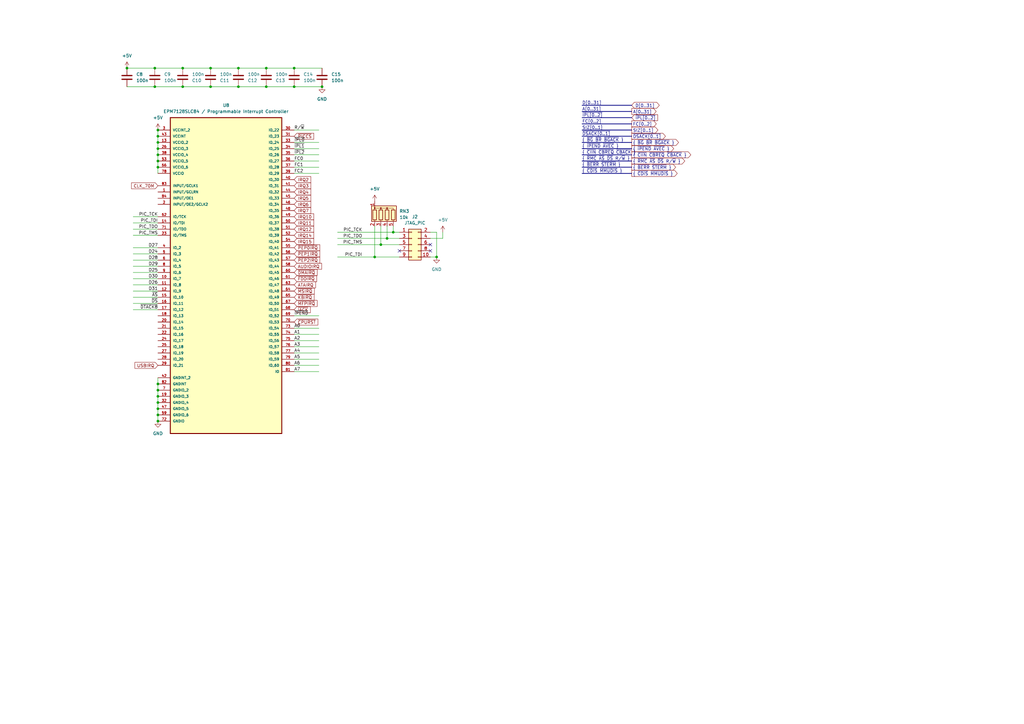
<source format=kicad_sch>
(kicad_sch (version 20230121) (generator eeschema)
  (paper "A3")
  (lib_symbols
    (symbol "Connector_Generic:Conn_02x05_Odd_Even" (pin_names (offset 1.016) hide)
      (property "Reference" "J" (at 1.27 7.62 0))
      (property "Value" "Conn_02x05_Odd_Even" (at 1.27 -7.62 0))
      (symbol "Conn_02x05_Odd_Even_1_1"
        (rectangle (start -1.27 -4.953) (end 0 -5.207) (stroke (width 0.1524)))
        (rectangle (start -1.27 -2.413) (end 0 -2.667) (stroke (width 0.1524)))
        (rectangle (start -1.27 0.127) (end 0 -0.127) (stroke (width 0.1524)))
        (rectangle (start -1.27 2.667) (end 0 2.413) (stroke (width 0.1524)))
        (rectangle (start -1.27 5.207) (end 0 4.953) (stroke (width 0.1524)))
        (rectangle (start -1.27 6.35) (end 3.81 -6.35) (stroke (width 0.254)) (fill (type background)))
        (rectangle (start 3.81 -4.953) (end 2.54 -5.207) (stroke (width 0.1524)))
        (rectangle (start 3.81 -2.413) (end 2.54 -2.667) (stroke (width 0.1524)))
        (rectangle (start 3.81 0.127) (end 2.54 -0.127) (stroke (width 0.1524)))
        (rectangle (start 3.81 2.667) (end 2.54 2.413) (stroke (width 0.1524)))
        (rectangle (start 3.81 5.207) (end 2.54 4.953) (stroke (width 0.1524)))
        (pin passive line (at -5.08 5.08 0) (length 3.81) (name "Pin_1") (number "1"))
        (pin passive line (at 7.62 -5.08 180) (length 3.81) (name "Pin_10") (number "10"))
        (pin passive line (at 7.62 5.08 180) (length 3.81) (name "Pin_2") (number "2"))
        (pin passive line (at -5.08 2.54 0) (length 3.81) (name "Pin_3") (number "3"))
        (pin passive line (at 7.62 2.54 180) (length 3.81) (name "Pin_4") (number "4"))
        (pin passive line (at -5.08 0 0) (length 3.81) (name "Pin_5") (number "5"))
        (pin passive line (at 7.62 0 180) (length 3.81) (name "Pin_6") (number "6"))
        (pin passive line (at -5.08 -2.54 0) (length 3.81) (name "Pin_7") (number "7"))
        (pin passive line (at 7.62 -2.54 180) (length 3.81) (name "Pin_8") (number "8"))
        (pin passive line (at -5.08 -5.08 0) (length 3.81) (name "Pin_9") (number "9"))
      )
    )
    (symbol "Device:C" (pin_numbers hide) (pin_names (offset 0.254))
      (property "Reference" "C" (at 0.635 2.54 0))
      (property "Value" "C" (at 0.635 -2.54 0))
      (symbol "C_0_1"
        (polyline (pts (xy -2.032 -0.762) (xy 2.032 -0.762)) (stroke (width 0.508)))
        (polyline (pts (xy -2.032 0.762) (xy 2.032 0.762)) (stroke (width 0.508)))
      )
      (symbol "C_1_1"
        (pin passive line (at 0 3.81 270) (length 2.794) (name "~") (number "1"))
        (pin passive line (at 0 -3.81 90) (length 2.794) (name "~") (number "2"))
      )
    )
    (symbol "Device:R_Network04" (pin_names (offset 0) hide)
      (property "Reference" "RN" (at -7.62 0 90))
      (property "Value" "R_Network04" (at 5.08 0 90))
      (symbol "R_Network04_0_1"
        (rectangle (start -6.35 -3.175) (end 3.81 3.175) (stroke (width 0.254)) (fill (type background)))
        (rectangle (start -5.842 1.524) (end -4.318 -2.54) (stroke (width 0.254)))
        (circle (center -5.08 2.286) (radius 0.254) (fill (type outline)))
        (rectangle (start -3.302 1.524) (end -1.778 -2.54) (stroke (width 0.254)))
        (circle (center -2.54 2.286) (radius 0.254) (fill (type outline)))
        (rectangle (start -0.762 1.524) (end 0.762 -2.54) (stroke (width 0.254)))
        (polyline (pts (xy -5.08 -2.54) (xy -5.08 -3.81)))
        (polyline (pts (xy -2.54 -2.54) (xy -2.54 -3.81)))
        (polyline (pts (xy 0 -2.54) (xy 0 -3.81)))
        (polyline (pts (xy 2.54 -2.54) (xy 2.54 -3.81)))
        (polyline (pts (xy -5.08 1.524) (xy -5.08 2.286) (xy -2.54 2.286) (xy -2.54 1.524)))
        (polyline (pts (xy -2.54 1.524) (xy -2.54 2.286) (xy 0 2.286) (xy 0 1.524)))
        (polyline (pts (xy 0 1.524) (xy 0 2.286) (xy 2.54 2.286) (xy 2.54 1.524)))
        (circle (center 0 2.286) (radius 0.254) (fill (type outline)))
        (rectangle (start 1.778 1.524) (end 3.302 -2.54) (stroke (width 0.254)))
      )
      (symbol "R_Network04_1_1"
        (pin passive line (at -5.08 5.08 270) (length 2.54) (name "common") (number "1"))
        (pin passive line (at -5.08 -5.08 90) (length 1.27) (name "R1") (number "2"))
        (pin passive line (at -2.54 -5.08 90) (length 1.27) (name "R2") (number "3"))
        (pin passive line (at 0 -5.08 90) (length 1.27) (name "R3") (number "4"))
        (pin passive line (at 2.54 -5.08 90) (length 1.27) (name "R4") (number "5"))
      )
    )
    (symbol "EPM7128SLC84-15:EPM7128SLC84-15" (pin_names (offset 1.016))
      (property "Reference" "U" (at -5.3672 65.0935 0))
      (property "Value" "EPM7128SLC84-15" (at -5.497 -74.6679 0))
      (symbol "EPM7128SLC84-15_0_0"
        (rectangle (start -22.86 -68.58) (end 22.86 60.96) (stroke (width 0.4064)) (fill (type background)))
        (pin input line (at -27.94 30.48 0) (length 5.08) (name "INPUT/GCLRN") (number "1"))
        (pin bidirectional line (at -27.94 -5.08 0) (length 5.08) (name "IO_7") (number "10"))
        (pin bidirectional line (at -27.94 -7.62 0) (length 5.08) (name "IO_8") (number "11"))
        (pin bidirectional line (at -27.94 -10.16 0) (length 5.08) (name "IO_9") (number "12"))
        (pin power_in line (at -27.94 50.8 0) (length 5.08) (name "VCCIO_2") (number "13"))
        (pin bidirectional line (at -27.94 17.78 0) (length 5.08) (name "IO/TDI") (number "14"))
        (pin bidirectional line (at -27.94 -12.7 0) (length 5.08) (name "IO_10") (number "15"))
        (pin bidirectional line (at -27.94 -15.24 0) (length 5.08) (name "IO_11") (number "16"))
        (pin bidirectional line (at -27.94 -17.78 0) (length 5.08) (name "IO_12") (number "17"))
        (pin bidirectional line (at -27.94 -20.32 0) (length 5.08) (name "IO_13") (number "18"))
        (pin passive line (at -27.94 -53.34 0) (length 5.08) (name "GNDIO_3") (number "19"))
        (pin input line (at -27.94 25.4 0) (length 5.08) (name "INPUT/OE2/GCLK2") (number "2"))
        (pin bidirectional line (at -27.94 -22.86 0) (length 5.08) (name "IO_14") (number "20"))
        (pin bidirectional line (at -27.94 -25.4 0) (length 5.08) (name "IO_15") (number "21"))
        (pin bidirectional line (at -27.94 -27.94 0) (length 5.08) (name "IO_16") (number "22"))
        (pin bidirectional line (at -27.94 12.7 0) (length 5.08) (name "IO/TMS") (number "23"))
        (pin bidirectional line (at -27.94 -30.48 0) (length 5.08) (name "IO_17") (number "24"))
        (pin bidirectional line (at -27.94 -33.02 0) (length 5.08) (name "IO_18") (number "25"))
        (pin power_in line (at -27.94 48.26 0) (length 5.08) (name "VCCIO_3") (number "26"))
        (pin bidirectional line (at -27.94 -35.56 0) (length 5.08) (name "IO_19") (number "27"))
        (pin bidirectional line (at -27.94 -38.1 0) (length 5.08) (name "IO_20") (number "28"))
        (pin bidirectional line (at -27.94 -40.64 0) (length 5.08) (name "IO_21") (number "29"))
        (pin power_in line (at -27.94 55.88 0) (length 5.08) (name "VCCINT_2") (number "3"))
        (pin bidirectional line (at 27.94 55.88 180) (length 5.08) (name "IO_22") (number "30"))
        (pin bidirectional line (at 27.94 53.34 180) (length 5.08) (name "IO_23") (number "31"))
        (pin passive line (at -27.94 -55.88 0) (length 5.08) (name "GNDIO_4") (number "32"))
        (pin bidirectional line (at 27.94 50.8 180) (length 5.08) (name "IO_24") (number "33"))
        (pin bidirectional line (at 27.94 48.26 180) (length 5.08) (name "IO_25") (number "34"))
        (pin bidirectional line (at 27.94 45.72 180) (length 5.08) (name "IO_26") (number "35"))
        (pin bidirectional line (at 27.94 43.18 180) (length 5.08) (name "IO_27") (number "36"))
        (pin bidirectional line (at 27.94 40.64 180) (length 5.08) (name "IO_28") (number "37"))
        (pin power_in line (at -27.94 45.72 0) (length 5.08) (name "VCCIO_4") (number "38"))
        (pin bidirectional line (at 27.94 38.1 180) (length 5.08) (name "IO_29") (number "39"))
        (pin bidirectional line (at -27.94 7.62 0) (length 5.08) (name "IO_2") (number "4"))
        (pin bidirectional line (at 27.94 35.56 180) (length 5.08) (name "IO_30") (number "40"))
        (pin bidirectional line (at 27.94 33.02 180) (length 5.08) (name "IO_31") (number "41"))
        (pin passive line (at -27.94 -45.72 0) (length 5.08) (name "GNDINT_2") (number "42"))
        (pin power_in line (at -27.94 53.34 0) (length 5.08) (name "VCCINT") (number "43"))
        (pin bidirectional line (at 27.94 30.48 180) (length 5.08) (name "IO_32") (number "44"))
        (pin bidirectional line (at 27.94 27.94 180) (length 5.08) (name "IO_33") (number "45"))
        (pin bidirectional line (at 27.94 25.4 180) (length 5.08) (name "IO_34") (number "46"))
        (pin passive line (at -27.94 -58.42 0) (length 5.08) (name "GNDIO_5") (number "47"))
        (pin bidirectional line (at 27.94 22.86 180) (length 5.08) (name "IO_35") (number "48"))
        (pin bidirectional line (at 27.94 20.32 180) (length 5.08) (name "IO_36") (number "49"))
        (pin bidirectional line (at -27.94 5.08 0) (length 5.08) (name "IO_3") (number "5"))
        (pin bidirectional line (at 27.94 17.78 180) (length 5.08) (name "IO_37") (number "50"))
        (pin bidirectional line (at 27.94 15.24 180) (length 5.08) (name "IO_38") (number "51"))
        (pin bidirectional line (at 27.94 12.7 180) (length 5.08) (name "IO_39") (number "52"))
        (pin power_in line (at -27.94 43.18 0) (length 5.08) (name "VCCIO_5") (number "53"))
        (pin bidirectional line (at 27.94 10.16 180) (length 5.08) (name "IO_40") (number "54"))
        (pin bidirectional line (at 27.94 7.62 180) (length 5.08) (name "IO_41") (number "55"))
        (pin bidirectional line (at 27.94 5.08 180) (length 5.08) (name "IO_42") (number "56"))
        (pin bidirectional line (at 27.94 2.54 180) (length 5.08) (name "IO_43") (number "57"))
        (pin bidirectional line (at 27.94 0 180) (length 5.08) (name "IO_44") (number "58"))
        (pin passive line (at -27.94 -60.96 0) (length 5.08) (name "GNDIO_6") (number "59"))
        (pin bidirectional line (at -27.94 2.54 0) (length 5.08) (name "IO_4") (number "6"))
        (pin bidirectional line (at 27.94 -2.54 180) (length 5.08) (name "IO_45") (number "60"))
        (pin bidirectional line (at 27.94 -5.08 180) (length 5.08) (name "IO_46") (number "61"))
        (pin bidirectional line (at -27.94 20.32 0) (length 5.08) (name "IO/TCK") (number "62"))
        (pin bidirectional line (at 27.94 -7.62 180) (length 5.08) (name "IO_47") (number "63"))
        (pin bidirectional line (at 27.94 -10.16 180) (length 5.08) (name "IO_48") (number "64"))
        (pin bidirectional line (at 27.94 -12.7 180) (length 5.08) (name "IO_49") (number "65"))
        (pin power_in line (at -27.94 40.64 0) (length 5.08) (name "VCCIO_6") (number "66"))
        (pin bidirectional line (at 27.94 -15.24 180) (length 5.08) (name "IO_50") (number "67"))
        (pin bidirectional line (at 27.94 -17.78 180) (length 5.08) (name "IO_51") (number "68"))
        (pin bidirectional line (at 27.94 -20.32 180) (length 5.08) (name "IO_52") (number "69"))
        (pin passive line (at -27.94 -50.8 0) (length 5.08) (name "GNDIO_2") (number "7"))
        (pin bidirectional line (at 27.94 -22.86 180) (length 5.08) (name "IO_53") (number "70"))
        (pin bidirectional line (at -27.94 15.24 0) (length 5.08) (name "IO/TDO") (number "71"))
        (pin passive line (at -27.94 -63.5 0) (length 5.08) (name "GNDIO") (number "72"))
        (pin bidirectional line (at 27.94 -25.4 180) (length 5.08) (name "IO_54") (number "73"))
        (pin bidirectional line (at 27.94 -27.94 180) (length 5.08) (name "IO_55") (number "74"))
        (pin bidirectional line (at 27.94 -30.48 180) (length 5.08) (name "IO_56") (number "75"))
        (pin bidirectional line (at 27.94 -33.02 180) (length 5.08) (name "IO_57") (number "76"))
        (pin bidirectional line (at 27.94 -35.56 180) (length 5.08) (name "IO_58") (number "77"))
        (pin power_in line (at -27.94 38.1 0) (length 5.08) (name "VCCIO") (number "78"))
        (pin bidirectional line (at 27.94 -38.1 180) (length 5.08) (name "IO_59") (number "79"))
        (pin bidirectional line (at -27.94 0 0) (length 5.08) (name "IO_5") (number "8"))
        (pin bidirectional line (at 27.94 -40.64 180) (length 5.08) (name "IO_60") (number "80"))
        (pin bidirectional line (at 27.94 -43.18 180) (length 5.08) (name "IO") (number "81"))
        (pin passive line (at -27.94 -48.26 0) (length 5.08) (name "GNDINT") (number "82"))
        (pin input line (at -27.94 33.02 0) (length 5.08) (name "INPUT/GCLK1") (number "83"))
        (pin input line (at -27.94 27.94 0) (length 5.08) (name "INPUT/OE1") (number "84"))
        (pin bidirectional line (at -27.94 -2.54 0) (length 5.08) (name "IO_6") (number "9"))
      )
    )
    (symbol "power:+5V" (power) (pin_names (offset 0))
      (property "Value" "+5V" (at 0 3.556 0))
      (symbol "+5V_0_1"
        (polyline (pts (xy -0.762 1.27) (xy 0 2.54)))
        (polyline (pts (xy 0 0) (xy 0 2.54)))
        (polyline (pts (xy 0 2.54) (xy 0.762 1.27)))
      )
      (symbol "+5V_1_1"
        (pin power_in line (at 0 0 90) (length 0) hide (name "+5V") (number "1"))
      )
    )
    (symbol "power:GND" (power) (pin_names (offset 0))
      (property "Value" "GND" (at 0 -3.81 0))
      (symbol "GND_0_1"
        (polyline (pts (xy 0 0) (xy 0 -1.27) (xy 1.27 -1.27) (xy 0 -2.54) (xy -1.27 -1.27) (xy 0 -1.27)))
      )
      (symbol "GND_1_1"
        (pin power_in line (at 0 0 270) (length 0) hide (name "GND") (number "1"))
      )
    )
  )
  (junction (at 109.22 35.56))
  (junction (at 86.36 35.56))
  (junction (at 64.77 63.5))
  (junction (at 64.77 162.56))
  (junction (at 64.77 167.64))
  (junction (at 156.21 100.33))
  (junction (at 86.36 27.94))
  (junction (at 64.77 58.42))
  (junction (at 64.77 66.04))
  (junction (at 158.75 97.79))
  (junction (at 64.77 170.18))
  (junction (at 64.77 53.34))
  (junction (at 97.79 27.94))
  (junction (at 97.79 35.56))
  (junction (at 109.22 27.94))
  (junction (at 120.65 27.94))
  (junction (at 74.93 27.94))
  (junction (at 132.08 35.56))
  (junction (at 64.77 55.88))
  (junction (at 153.67 105.41))
  (junction (at 52.07 27.94))
  (junction (at 64.77 172.72))
  (junction (at 120.65 35.56))
  (junction (at 63.5 27.94))
  (junction (at 64.77 60.96))
  (junction (at 161.29 95.25))
  (junction (at 179.07 105.41))
  (junction (at 64.77 68.58))
  (junction (at 64.77 160.02))
  (junction (at 63.5 35.56))
  (junction (at 64.77 157.48))
  (junction (at 64.77 165.1))
  (junction (at 74.93 35.56))
  (no_connect (at 163.83 102.87))
  (no_connect (at 176.53 100.33))
  (no_connect (at 176.53 102.87))
  (bus (pts (xy 238.76 71.12) (xy 259.08 71.12)))
  (wire (pts (xy 130.81 63.5) (xy 120.65 63.5)))
  (wire (pts (xy 153.67 92.71) (xy 153.67 105.41)))
  (bus (pts (xy 238.76 68.58) (xy 259.08 68.58)))
  (bus (pts (xy 238.76 60.96) (xy 259.08 60.96)))
  (wire (pts (xy 54.61 111.76) (xy 64.77 111.76)))
  (bus (pts (xy 238.76 55.88) (xy 259.08 55.88)))
  (wire (pts (xy 64.77 60.96) (xy 64.77 63.5)))
  (bus (pts (xy 238.76 45.72) (xy 259.08 45.72)))
  (bus (pts (xy 238.76 53.34) (xy 259.08 53.34)))
  (wire (pts (xy 130.81 144.78) (xy 120.65 144.78)))
  (wire (pts (xy 179.07 95.25) (xy 179.07 105.41)))
  (wire (pts (xy 176.53 95.25) (xy 179.07 95.25)))
  (wire (pts (xy 86.36 35.56) (xy 74.93 35.56)))
  (wire (pts (xy 54.61 106.68) (xy 64.77 106.68)))
  (wire (pts (xy 64.77 157.48) (xy 64.77 160.02)))
  (wire (pts (xy 109.22 27.94) (xy 120.65 27.94)))
  (wire (pts (xy 130.81 53.34) (xy 120.65 53.34)))
  (bus (pts (xy 238.76 50.8) (xy 259.08 50.8)))
  (wire (pts (xy 176.53 105.41) (xy 179.07 105.41)))
  (wire (pts (xy 130.81 147.32) (xy 120.65 147.32)))
  (wire (pts (xy 130.81 142.24) (xy 120.65 142.24)))
  (wire (pts (xy 138.43 95.25) (xy 161.29 95.25)))
  (wire (pts (xy 64.77 160.02) (xy 64.77 162.56)))
  (wire (pts (xy 138.43 97.79) (xy 158.75 97.79)))
  (wire (pts (xy 54.61 109.22) (xy 64.77 109.22)))
  (bus (pts (xy 238.76 58.42) (xy 259.08 58.42)))
  (wire (pts (xy 138.43 105.41) (xy 153.67 105.41)))
  (wire (pts (xy 64.77 162.56) (xy 64.77 165.1)))
  (wire (pts (xy 130.81 134.62) (xy 120.65 134.62)))
  (wire (pts (xy 54.61 96.52) (xy 64.77 96.52)))
  (wire (pts (xy 54.61 101.6) (xy 64.77 101.6)))
  (wire (pts (xy 52.07 27.94) (xy 63.5 27.94)))
  (wire (pts (xy 138.43 100.33) (xy 156.21 100.33)))
  (wire (pts (xy 130.81 129.54) (xy 120.65 129.54)))
  (wire (pts (xy 132.08 35.56) (xy 120.65 35.56)))
  (wire (pts (xy 109.22 35.56) (xy 97.79 35.56)))
  (wire (pts (xy 54.61 93.98) (xy 64.77 93.98)))
  (wire (pts (xy 63.5 35.56) (xy 52.07 35.56)))
  (wire (pts (xy 156.21 100.33) (xy 163.83 100.33)))
  (wire (pts (xy 64.77 55.88) (xy 64.77 58.42)))
  (wire (pts (xy 64.77 58.42) (xy 64.77 60.96)))
  (bus (pts (xy 238.76 43.18) (xy 259.08 43.18)))
  (wire (pts (xy 54.61 121.92) (xy 64.77 121.92)))
  (wire (pts (xy 130.81 137.16) (xy 120.65 137.16)))
  (wire (pts (xy 156.21 92.71) (xy 156.21 100.33)))
  (wire (pts (xy 161.29 92.71) (xy 161.29 95.25)))
  (wire (pts (xy 161.29 95.25) (xy 163.83 95.25)))
  (wire (pts (xy 130.81 71.12) (xy 120.65 71.12)))
  (wire (pts (xy 64.77 154.94) (xy 64.77 157.48)))
  (wire (pts (xy 130.81 66.04) (xy 120.65 66.04)))
  (wire (pts (xy 181.61 97.79) (xy 176.53 97.79)))
  (bus (pts (xy 238.76 63.5) (xy 259.08 63.5)))
  (wire (pts (xy 130.81 68.58) (xy 120.65 68.58)))
  (wire (pts (xy 64.77 53.34) (xy 64.77 55.88)))
  (wire (pts (xy 120.65 35.56) (xy 109.22 35.56)))
  (wire (pts (xy 153.67 105.41) (xy 163.83 105.41)))
  (wire (pts (xy 64.77 63.5) (xy 64.77 66.04)))
  (wire (pts (xy 86.36 27.94) (xy 97.79 27.94)))
  (wire (pts (xy 54.61 88.9) (xy 64.77 88.9)))
  (wire (pts (xy 54.61 127) (xy 64.77 127)))
  (wire (pts (xy 97.79 27.94) (xy 109.22 27.94)))
  (wire (pts (xy 158.75 92.71) (xy 158.75 97.79)))
  (wire (pts (xy 120.65 27.94) (xy 132.08 27.94)))
  (wire (pts (xy 130.81 139.7) (xy 120.65 139.7)))
  (wire (pts (xy 64.77 165.1) (xy 64.77 167.64)))
  (wire (pts (xy 74.93 27.94) (xy 86.36 27.94)))
  (wire (pts (xy 54.61 124.46) (xy 64.77 124.46)))
  (wire (pts (xy 130.81 152.4) (xy 120.65 152.4)))
  (wire (pts (xy 63.5 27.94) (xy 74.93 27.94)))
  (wire (pts (xy 54.61 119.38) (xy 64.77 119.38)))
  (wire (pts (xy 64.77 68.58) (xy 64.77 71.12)))
  (wire (pts (xy 54.61 116.84) (xy 64.77 116.84)))
  (wire (pts (xy 181.61 95.25) (xy 181.61 97.79)))
  (wire (pts (xy 130.81 60.96) (xy 120.65 60.96)))
  (wire (pts (xy 64.77 167.64) (xy 64.77 170.18)))
  (wire (pts (xy 130.81 58.42) (xy 120.65 58.42)))
  (wire (pts (xy 97.79 35.56) (xy 86.36 35.56)))
  (bus (pts (xy 238.76 66.04) (xy 259.08 66.04)))
  (wire (pts (xy 130.81 149.86) (xy 120.65 149.86)))
  (wire (pts (xy 54.61 114.3) (xy 64.77 114.3)))
  (wire (pts (xy 64.77 66.04) (xy 64.77 68.58)))
  (wire (pts (xy 54.61 104.14) (xy 64.77 104.14)))
  (wire (pts (xy 64.77 170.18) (xy 64.77 172.72)))
  (bus (pts (xy 238.76 48.26) (xy 259.08 48.26)))
  (wire (pts (xy 54.61 91.44) (xy 64.77 91.44)))
  (wire (pts (xy 74.93 35.56) (xy 63.5 35.56)))
  (wire (pts (xy 158.75 97.79) (xy 163.83 97.79)))
  (label "A[0..31]" (at 238.76 45.72 0))
  (label "A1" (at 120.65 137.16 0))
  (label "~{IPL[0..2]}" (at 238.76 48.26 0))
  (label "A7" (at 120.65 152.4 0))
  (label "PIC_TCK" (at 64.77 88.9 180))
  (label "D29" (at 64.77 109.22 180))
  (label "~{IPEND}" (at 120.65 129.54 0))
  (label "A5" (at 120.65 147.32 0))
  (label "{ ~{IPEND} ~{AVEC} }" (at 238.76 60.96 0))
  (label "A4" (at 120.65 144.78 0))
  (label "{ ~{RMC} ~{AS} ~{DS} R{slash}~{W} }" (at 238.76 66.04 0))
  (label "~{AS}" (at 64.77 121.92 180))
  (label "A3" (at 120.65 142.24 0))
  (label "D28" (at 64.77 106.68 180))
  (label "D25" (at 64.77 111.76 180))
  (label "~{DS}" (at 64.77 124.46 180))
  (label "A0" (at 120.65 134.62 0))
  (label "SIZ[0..1]" (at 238.76 53.34 0))
  (label "PIC_TDO" (at 64.77 93.98 180))
  (label "FC0" (at 120.65 66.04 0))
  (label "FC[0..2]" (at 238.76 50.8 0))
  (label "D[0..31]" (at 238.76 43.18 0))
  (label "PIC_TMS" (at 64.77 96.52 180))
  (label "{ ~{BERR} ~{STERM} }" (at 238.76 68.58 0))
  (label "FC2" (at 120.65 71.12 0))
  (label "D24" (at 64.77 104.14 180))
  (label "PIC_TDO" (at 148.59 97.79 180))
  (label "FC1" (at 120.65 68.58 0))
  (label "D31" (at 64.77 119.38 180))
  (label "~{DTACK8}" (at 64.77 127 180))
  (label "{ ~{CDIS} ~{MMUDIS} }" (at 238.76 71.12 0))
  (label "PIC_TCK" (at 148.59 95.25 180))
  (label "{ ~{BG} ~{BR} ~{BGACK} }" (at 238.76 58.42 0))
  (label "A2" (at 120.65 139.7 0))
  (label "D30" (at 64.77 114.3 180))
  (label "PIC_TMS" (at 148.6184 100.33 180))
  (label "{ ~{CIIN} ~{CBREQ} ~{CBACK} }" (at 238.76 63.5 0))
  (label "PIC_TDI" (at 148.59 105.41 180))
  (label "D26" (at 64.77 116.84 180))
  (label "A6" (at 120.65 149.86 0))
  (label "~{IPL2}" (at 120.65 63.5 0))
  (label "~{IPL1}" (at 120.65 60.96 0))
  (label "~{DSACK[0..1]}" (at 238.76 55.88 0))
  (label "R{slash}~{W}" (at 120.65 53.34 0))
  (label "PIC_TDI" (at 64.77 91.44 180))
  (label "D27" (at 64.77 101.6 180))
  (label "~{IPL0}" (at 120.65 58.42 0))
  (global_label "~{FDDIRQ}" (shape input) (at 120.65 114.3 0) (property "Intersheetrefs" "${INTERSHEET_REFS}" (effects hide)))
  (global_label "D[0..31]" (shape bidirectional) (at 259.08 43.18 0) (property "Intersheetrefs" "${INTERSHEET_REFS}" (effects hide)))
  (global_label "IRQ6" (shape input) (at 120.65 83.82 0) (property "Intersheetrefs" "${INTERSHEET_REFS}" (effects hide)))
  (global_label "{ ~{CIIN} ~{CBREQ} ~{CBACK} }" (shape output) (at 259.08 63.5 0) (property "Intersheetrefs" "${INTERSHEET_REFS}" (effects hide)))
  (global_label "SIZ[0..1]" (shape output) (at 259.08 53.34 0) (property "Intersheetrefs" "${INTERSHEET_REFS}" (effects hide)))
  (global_label "{ ~{IPEND} ~{AVEC} }" (shape output) (at 259.08 60.96 0) (property "Intersheetrefs" "${INTERSHEET_REFS}" (effects hide)))
  (global_label "~{MSIRQ}" (shape input) (at 120.65 119.38 0) (property "Intersheetrefs" "${INTERSHEET_REFS}" (effects hide)))
  (global_label "IRQ4" (shape input) (at 120.65 78.74 0) (property "Intersheetrefs" "${INTERSHEET_REFS}" (effects hide)))
  (global_label "~{PICCS}" (shape input) (at 120.65 55.88 0) (property "Intersheetrefs" "${INTERSHEET_REFS}" (effects hide)))
  (global_label "ATAIRQ" (shape input) (at 120.65 116.84 0) (property "Intersheetrefs" "${INTERSHEET_REFS}" (effects hide)))
  (global_label "IRQ11" (shape input) (at 120.65 91.44 0) (property "Intersheetrefs" "${INTERSHEET_REFS}" (effects hide)))
  (global_label "~{MFPIRQ}" (shape input) (at 120.65 124.46 0) (property "Intersheetrefs" "${INTERSHEET_REFS}" (effects hide)))
  (global_label "IRQ15" (shape input) (at 120.65 99.06 0) (property "Intersheetrefs" "${INTERSHEET_REFS}" (effects hide)))
  (global_label "~{DMAIRQ}" (shape input) (at 120.65 111.76 0) (property "Intersheetrefs" "${INTERSHEET_REFS}" (effects hide)))
  (global_label "IRQ2" (shape input) (at 120.65 73.66 0) (property "Intersheetrefs" "${INTERSHEET_REFS}" (effects hide)))
  (global_label "~{PEP0IRQ}" (shape input) (at 120.65 101.6 0) (property "Intersheetrefs" "${INTERSHEET_REFS}" (effects hide)))
  (global_label "~{IACK}" (shape input) (at 120.65 127 0) (property "Intersheetrefs" "${INTERSHEET_REFS}" (effects hide)))
  (global_label "AUDIOIRQ" (shape input) (at 120.65 109.22 0) (property "Intersheetrefs" "${INTERSHEET_REFS}" (effects hide)))
  (global_label "{ ~{BERR} ~{STERM} }" (shape output) (at 259.08 68.58 0) (property "Intersheetrefs" "${INTERSHEET_REFS}" (effects hide)))
  (global_label "~{CPURST}" (shape input) (at 120.65 132.08 0) (property "Intersheetrefs" "${INTERSHEET_REFS}" (effects hide)))
  (global_label "IRQ14" (shape input) (at 120.65 96.52 0) (property "Intersheetrefs" "${INTERSHEET_REFS}" (effects hide)))
  (global_label "IRQ5" (shape input) (at 120.65 81.28 0) (property "Intersheetrefs" "${INTERSHEET_REFS}" (effects hide)))
  (global_label "FC[0..2]" (shape output) (at 259.08 50.8 0) (property "Intersheetrefs" "${INTERSHEET_REFS}" (effects hide)))
  (global_label "~{IPL[0..2]}" (shape input) (at 259.08 48.26 0) (property "Intersheetrefs" "${INTERSHEET_REFS}" (effects hide)))
  (global_label "IRQ12" (shape input) (at 120.65 93.98 0) (property "Intersheetrefs" "${INTERSHEET_REFS}" (effects hide)))
  (global_label "A[0..31]" (shape output) (at 259.08 45.72 0) (property "Intersheetrefs" "${INTERSHEET_REFS}" (effects hide)))
  (global_label "~{DSACK[0..1]}" (shape output) (at 259.08 55.88 0) (property "Intersheetrefs" "${INTERSHEET_REFS}" (effects hide)))
  (global_label "CLK_70M" (shape input) (at 64.77 76.2 180) (property "Intersheetrefs" "${INTERSHEET_REFS}" (effects hide)))
  (global_label "{ ~{CDIS} ~{MMUDIS} }" (shape output) (at 259.08 71.12 0) (property "Intersheetrefs" "${INTERSHEET_REFS}" (effects hide)))
  (global_label "~{KBIRQ}" (shape input) (at 120.65 121.92 0) (property "Intersheetrefs" "${INTERSHEET_REFS}" (effects hide)))
  (global_label "~{PEP2IRQ}" (shape input) (at 120.65 106.68 0) (property "Intersheetrefs" "${INTERSHEET_REFS}" (effects hide)))
  (global_label "USBIRQ" (shape input) (at 64.77 149.86 180) (property "Intersheetrefs" "${INTERSHEET_REFS}" (effects hide)))
  (global_label "~{PEP1IRQ}" (shape input) (at 120.65 104.14 0) (property "Intersheetrefs" "${INTERSHEET_REFS}" (effects hide)))
  (global_label "{ ~{RMC} ~{AS} ~{DS} R{slash}~{W} }" (shape output) (at 259.08 66.04 0) (property "Intersheetrefs" "${INTERSHEET_REFS}" (effects hide)))
  (global_label "{ ~{BG} ~{BR} ~{BGACK} }" (shape output) (at 259.08 58.42 0) (property "Intersheetrefs" "${INTERSHEET_REFS}" (effects hide)))
  (global_label "IRQ10" (shape input) (at 120.65 88.9 0) (property "Intersheetrefs" "${INTERSHEET_REFS}" (effects hide)))
  (global_label "IRQ3" (shape input) (at 120.65 76.2 0) (property "Intersheetrefs" "${INTERSHEET_REFS}" (effects hide)))
  (global_label "IRQ7" (shape input) (at 120.65 86.36 0) (property "Intersheetrefs" "${INTERSHEET_REFS}" (effects hide)))
  (symbol (lib_id "power:GND") (at 64.77 172.72 0) (unit 1)
    (property "Reference" "#PWR046" (effects hide))
    (property "Value" "GND" (at 64.77 177.8 0))
    (instances (project "m68k-hbc" (path "" (reference "#PWR046") (unit 1)) (path "" (reference "#PWR0191") (unit 1))))
  )
  (symbol (lib_id "Device:C") (at 97.79 31.75 0) (mirror x) (unit 1)
    (property "Reference" "C12" (at 101.6 33.02 0) (effects (justify left)))
    (property "Value" "100n" (at 101.6 30.48 0) (effects (justify left)))
    (property "Footprint" "Capacitor_SMD:C_1206_3216Metric_Pad1.33x1.80mm_HandSolder" (effects hide))
    (instances (project "m68k-hbc" (path "" (reference "C12") (unit 1)) (path "" (reference "C61") (unit 1))))
  )
  (symbol (lib_id "Device:C") (at 74.93 31.75 0) (mirror x) (unit 1)
    (property "Reference" "C10" (at 78.74 33.02 0) (effects (justify left)))
    (property "Value" "100n" (at 78.74 30.48 0) (effects (justify left)))
    (property "Footprint" "Capacitor_SMD:C_1206_3216Metric_Pad1.33x1.80mm_HandSolder" (effects hide))
    (instances (project "m68k-hbc" (path "" (reference "C10") (unit 1)) (path "" (reference "C59") (unit 1))))
  )
  (symbol (lib_id "power:+5V") (at 64.77 53.34 0) (unit 1)
    (property "Reference" "#PWR023" (effects hide))
    (property "Value" "+5V" (at 64.77 48.26 0))
    (instances (project "m68k-hbc" (path "" (reference "#PWR023") (unit 1)) (path "" (reference "#PWR0187") (unit 1))))
  )
  (symbol (lib_id "Device:C") (at 63.5 31.75 0) (unit 1)
    (property "Reference" "C9" (at 67.31 30.48 0) (effects (justify left)))
    (property "Value" "100n" (at 67.31 33.02 0) (effects (justify left)))
    (property "Footprint" "Capacitor_SMD:C_1206_3216Metric_Pad1.33x1.80mm_HandSolder" (effects hide))
    (instances (project "m68k-hbc" (path "" (reference "C9") (unit 1)) (path "" (reference "C58") (unit 1))))
  )
  (symbol (lib_id "power:+5V") (at 181.61 95.25 0) (unit 1)
    (property "Reference" "#PWR036" (effects hide))
    (property "Value" "+5V" (at 181.61 90.17 0))
    (instances (project "m68k-hbc" (path "" (reference "#PWR036") (unit 1)) (path "" (reference "#PWR0189") (unit 1))))
  )
  (symbol (lib_id "power:GND") (at 179.07 105.41 0) (unit 1)
    (property "Reference" "#PWR038" (effects hide))
    (property "Value" "GND" (at 179.07 110.49 0))
    (instances (project "m68k-hbc" (path "" (reference "#PWR038") (unit 1)) (path "" (reference "#PWR0190") (unit 1))))
  )
  (symbol (lib_id "power:GND") (at 132.08 35.56 0) (unit 1)
    (property "Reference" "#PWR021" (effects hide))
    (property "Value" "GND" (at 132.08 40.64 0))
    (instances (project "m68k-hbc" (path "" (reference "#PWR021") (unit 1)) (path "" (reference "#PWR0186") (unit 1))))
  )
  (symbol (lib_id "Device:C") (at 109.22 31.75 0) (mirror x) (unit 1)
    (property "Reference" "C13" (at 113.03 33.02 0) (effects (justify left)))
    (property "Value" "100n" (at 113.03 30.48 0) (effects (justify left)))
    (property "Footprint" "Capacitor_SMD:C_1206_3216Metric_Pad1.33x1.80mm_HandSolder" (effects hide))
    (instances (project "m68k-hbc" (path "" (reference "C13") (unit 1)) (path "" (reference "C62") (unit 1))))
  )
  (symbol (lib_id "Device:C") (at 86.36 31.75 0) (mirror x) (unit 1)
    (property "Reference" "C11" (at 90.17 33.02 0) (effects (justify left)))
    (property "Value" "100n" (at 90.17 30.48 0) (effects (justify left)))
    (property "Footprint" "Capacitor_SMD:C_1206_3216Metric_Pad1.33x1.80mm_HandSolder" (effects hide))
    (instances (project "m68k-hbc" (path "" (reference "C11") (unit 1)) (path "" (reference "C60") (unit 1))))
  )
  (symbol (lib_id "Connector_Generic:Conn_02x05_Odd_Even") (at 168.91 100.33 0) (unit 1)
    (property "Reference" "J2" (at 170.18 88.9 0))
    (property "Value" "JTAG_PIC" (at 170.18 91.44 0))
    (property "Footprint" "Connector_IDC:IDC-Header_2x05_P2.54mm_Vertical" (effects hide))
    (instances (project "m68k-hbc" (path "" (reference "J2") (unit 1)) (path "" (reference "J17") (unit 1))))
  )
  (symbol (lib_id "Device:R_Network04") (at 158.75 87.63 0) (unit 1)
    (property "Reference" "RN3" (at 163.83 86.614 0) (effects (justify left)))
    (property "Value" "10k" (at 163.83 89.154 0) (effects (justify left)))
    (property "Footprint" "Resistor_THT:R_Array_SIP5" (effects hide))
    (property "Datasheet" "http://www.vishay.com/docs/31509/csc.pdf" (effects hide))
    (instances (project "m68k-hbc" (path "" (reference "RN3") (unit 1)) (path "" (reference "RN4") (unit 1))))
  )
  (symbol (lib_id "power:+5V") (at 52.07 27.94 0) (unit 1)
    (property "Reference" "#PWR019" (effects hide))
    (property "Value" "+5V" (at 52.07 22.86 0))
    (instances (project "m68k-hbc" (path "" (reference "#PWR019") (unit 1)) (path "" (reference "#PWR0185") (unit 1))))
  )
  (symbol (lib_id "power:+5V") (at 153.67 82.55 0) (unit 1)
    (property "Reference" "#PWR032" (effects hide))
    (property "Value" "+5V" (at 153.67 77.47 0))
    (instances (project "m68k-hbc" (path "" (reference "#PWR032") (unit 1)) (path "" (reference "#PWR0188") (unit 1))))
  )
  (symbol (lib_id "Device:C") (at 132.08 31.75 0) (unit 1)
    (property "Reference" "C15" (at 135.89 30.48 0) (effects (justify left)))
    (property "Value" "100n" (at 135.89 33.02 0) (effects (justify left)))
    (property "Footprint" "Capacitor_SMD:C_1206_3216Metric_Pad1.33x1.80mm_HandSolder" (effects hide))
    (instances (project "m68k-hbc" (path "" (reference "C15") (unit 1)) (path "" (reference "C64") (unit 1))))
  )
  (symbol (lib_id "Device:C") (at 52.07 31.75 0) (unit 1)
    (property "Reference" "C8" (at 55.88 30.48 0) (effects (justify left)))
    (property "Value" "100n" (at 55.88 33.02 0) (effects (justify left)))
    (property "Footprint" "Capacitor_SMD:C_1206_3216Metric_Pad1.33x1.80mm_HandSolder" (effects hide))
    (instances (project "m68k-hbc" (path "" (reference "C8") (unit 1)) (path "" (reference "C57") (unit 1))))
  )
  (symbol (lib_id "EPM7128SLC84-15:EPM7128SLC84-15") (at 92.71 109.22 0) (unit 1)
    (property "Reference" "U8" (at 92.71 43.18 0))
    (property "Value" "EPM7128SLC84 / Programmable Interrupt Controller" (at 92.71 45.72 0))
    (property "Footprint" "Package_LCC:PLCC-84_THT-Socket" (effects hide))
    (property "MF" "Intel" (effects hide))
    (property "Description" "\nIC CPLD 128MC 15NS 84PLCC\n" (effects hide))
    (property "PACKAGE" "PLCC-84" (effects hide))
    (property "MPN" "EPM7128SLC84-15" (effects hide))
    (property "Price" "None" (effects hide))
    (property "Package" "PLCC-84 Altera" (effects hide))
    (property "OC_FARNELL" "1772141" (effects hide))
    (property "SnapEDA_Link" "https://www.snapeda.com/parts/EPM7128SLC84-15/Intel/view-part/?ref=snap" (effects hide))
    (property "MP" "EPM7128SLC84-15" (effects hide))
    (property "Purchase-URL" "https://pricing.snapeda.com/search?q=EPM7128SLC84-15&ref=eda" (effects hide))
    (property "SUPPLIER" "ALTERA" (effects hide))
    (property "OC_NEWARK" "51R0528" (effects hide))
    (property "Availability" "In Stock" (effects hide))
    (property "Check_prices" "https://www.snapeda.com/parts/EPM7128SLC84-15/Intel/view-part/?ref=eda" (effects hide))
    (instances (project "m68k-hbc" (path "" (reference "U8") (unit 1)) (path "" (reference "U12") (unit 1))))
  )
  (symbol (lib_id "Device:C") (at 120.65 31.75 0) (unit 1)
    (property "Reference" "C14" (at 124.46 30.48 0) (effects (justify left)))
    (property "Value" "100n" (at 124.46 33.02 0) (effects (justify left)))
    (property "Footprint" "Capacitor_SMD:C_1206_3216Metric_Pad1.33x1.80mm_HandSolder" (effects hide))
    (instances (project "m68k-hbc" (path "" (reference "C14") (unit 1)) (path "" (reference "C63") (unit 1))))
  )
)
</source>
